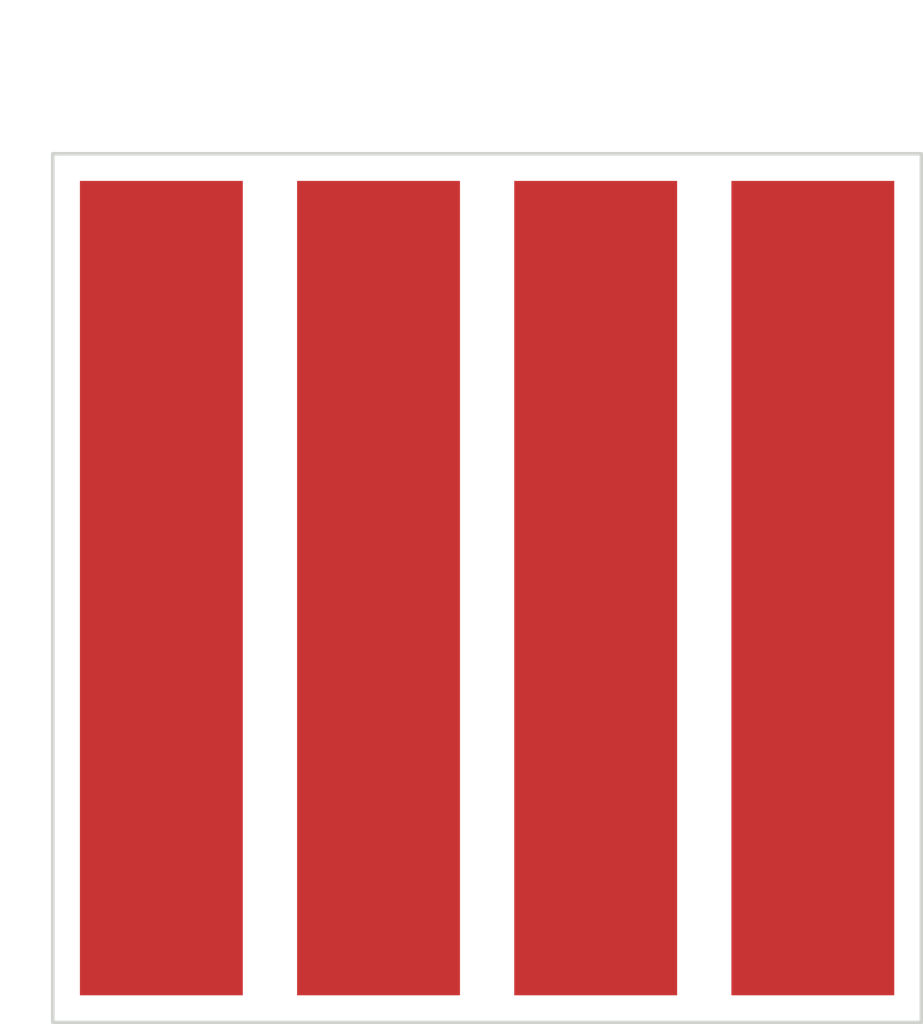
<source format=kicad_pcb>
(kicad_pcb (version 20221018) (generator pcbnew)

  (general
    (thickness 1.6)
  )

  (paper "A4")
  (layers
    (0 "F.Cu" signal)
    (31 "B.Cu" signal)
    (32 "B.Adhes" user "B.Adhesive")
    (33 "F.Adhes" user "F.Adhesive")
    (34 "B.Paste" user)
    (35 "F.Paste" user)
    (36 "B.SilkS" user "B.Silkscreen")
    (37 "F.SilkS" user "F.Silkscreen")
    (38 "B.Mask" user)
    (39 "F.Mask" user)
    (40 "Dwgs.User" user "User.Drawings")
    (41 "Cmts.User" user "User.Comments")
    (42 "Eco1.User" user "User.Eco1")
    (43 "Eco2.User" user "User.Eco2")
    (44 "Edge.Cuts" user)
    (45 "Margin" user)
    (46 "B.CrtYd" user "B.Courtyard")
    (47 "F.CrtYd" user "F.Courtyard")
    (48 "B.Fab" user)
    (49 "F.Fab" user)
    (50 "User.1" user)
    (51 "User.2" user)
    (52 "User.3" user)
    (53 "User.4" user)
    (54 "User.5" user)
    (55 "User.6" user)
    (56 "User.7" user)
    (57 "User.8" user)
    (58 "User.9" user)
  )

  (setup
    (pad_to_mask_clearance 0)
    (pcbplotparams
      (layerselection 0x00010fc_ffffffff)
      (plot_on_all_layers_selection 0x0000000_00000000)
      (disableapertmacros false)
      (usegerberextensions false)
      (usegerberattributes true)
      (usegerberadvancedattributes true)
      (creategerberjobfile true)
      (dashed_line_dash_ratio 12.000000)
      (dashed_line_gap_ratio 3.000000)
      (svgprecision 4)
      (plotframeref false)
      (viasonmask false)
      (mode 1)
      (useauxorigin false)
      (hpglpennumber 1)
      (hpglpenspeed 20)
      (hpglpendiameter 15.000000)
      (dxfpolygonmode true)
      (dxfimperialunits true)
      (dxfusepcbnewfont true)
      (psnegative false)
      (psa4output false)
      (plotreference true)
      (plotvalue true)
      (plotinvisibletext false)
      (sketchpadsonfab false)
      (subtractmaskfromsilk false)
      (outputformat 1)
      (mirror false)
      (drillshape 1)
      (scaleselection 1)
      (outputdirectory "")
    )
  )

  (net 0 "")

  (gr_rect (start 137 60) (end 141.5 82.5)
    (stroke (width 0) (type solid)) (fill solid) (layer "F.Cu") (tstamp 859a4f72-ea81-4ea4-9377-2aa1ae09797e))
  (gr_rect (start 131 60) (end 135.5 82.5)
    (stroke (width 0) (type solid)) (fill solid) (layer "F.Cu") (tstamp d0af29e6-9cb1-441c-ae81-2c4597ea81e0))
  (gr_rect (start 149 60) (end 153.5 82.5)
    (stroke (width 0) (type solid)) (fill solid) (layer "F.Cu") (tstamp ea1618c7-2229-4f9f-ac9a-d0f1460915f6))
  (gr_rect (start 143 60) (end 147.5 82.5)
    (stroke (width 0) (type solid)) (fill solid) (layer "F.Cu") (tstamp fe551556-d2a5-496d-822f-081bced9d0dd))
  (gr_circle (center 139.25 62.75) (end 141.5 62.75)
    (stroke (width 0) (type solid)) (fill solid) (layer "F.Mask") (tstamp 381a3e42-0609-4b1e-b461-81c83d510c7e))
  (gr_rect (start 143 78) (end 147.5 82.5)
    (stroke (width 0) (type solid)) (fill solid) (layer "F.Mask") (tstamp 60963ba2-29e1-4445-99b6-73c3cceb111b))
  (gr_circle (center 145.25 62.75) (end 147.5 62.75)
    (stroke (width 0) (type solid)) (fill solid) (layer "F.Mask") (tstamp 804c69c6-1f64-4220-8afa-e6ad49623ab6))
  (gr_circle (center 151.25 62.75) (end 153.5 62.75)
    (stroke (width 0) (type solid)) (fill solid) (layer "F.Mask") (tstamp b1454e76-ad4b-4fe4-897e-d73a75b05445))
  (gr_circle (center 133.25 62.75) (end 135.5 62.75)
    (stroke (width 0) (type solid)) (fill solid) (layer "F.Mask") (tstamp b2bbf033-0336-4a34-830c-a05b8cac06fd))
  (gr_rect (start 137 78) (end 141.5 82.5)
    (stroke (width 0) (type solid)) (fill solid) (layer "F.Mask") (tstamp d3bf10f5-b892-4b60-a5ec-d8b9c7f42164))
  (gr_rect (start 131 78) (end 135.5 82.5)
    (stroke (width 0) (type solid)) (fill solid) (layer "F.Mask") (tstamp d5a3ad35-dd7b-4dc7-897a-79649f3f2c75))
  (gr_rect (start 149 78) (end 153.5 82.5)
    (stroke (width 0) (type solid)) (fill solid) (layer "F.Mask") (tstamp d9c9a0e7-dcb0-4fda-8df8-28af2a0ad8cf))
  (gr_rect (start 130.25 59.25) (end 154.25 83.25)
    (stroke (width 0.1) (type default)) (fill none) (layer "Edge.Cuts") (tstamp 4db94d53-d259-4f31-bc59-e883fdc5eb83))
  (gr_circle (center 133.25 62.75) (end 136 62.75)
    (stroke (width 0.15) (type default)) (fill none) (layer "User.1") (tstamp 3ea173a8-eb8e-4365-9067-d595e86dcb0f))
  (gr_circle (center 145.25 62.75) (end 148 62.75)
    (stroke (width 0.15) (type default)) (fill none) (layer "User.1") (tstamp a7da3692-e65e-48b5-a00c-5f05b0d193e4))
  (gr_circle (center 139.25 62.75) (end 142 62.75)
    (stroke (width 0.15) (type default)) (fill none) (layer "User.1") (tstamp d14d3ecf-2f25-4f78-95e0-508b21f6419b))
  (gr_circle (center 151.25 62.75) (end 154 62.75)
    (stroke (width 0.15) (type default)) (fill none) (layer "User.1") (tstamp f68be659-4cf9-42f3-9e7e-b513883aa377))
  (dimension (type aligned) (layer "User.1") (tstamp 6e69221c-7e1f-474e-818a-7c9420d44bac)
    (pts (xy 135.5 60) (xy 137 60))
    (height -3)
    (gr_text "1.5000 mm" (at 136.25 55.85) (layer "User.1") (tstamp 6e69221c-7e1f-474e-818a-7c9420d44bac)
      (effects (font (size 1 1) (thickness 0.15)))
    )
    (format (prefix "") (suffix "") (units 3) (units_format 1) (precision 4))
    (style (thickness 0.15) (arrow_length 1.27) (text_position_mode 0) (extension_height 0.58642) (extension_offset 0.5) keep_text_aligned)
  )
  (dimension (type aligned) (layer "User.1") (tstamp a942c78a-3b73-4ace-9990-f2237501f8b5)
    (pts (xy 131 62.75) (xy 135.5 62.75))
    (height 4.25)
    (gr_text "4.5000 mm" (at 133.25 65.85) (layer "User.1") (tstamp a942c78a-3b73-4ace-9990-f2237501f8b5)
      (effects (font (size 1 1) (thickness 0.15)))
    )
    (format (prefix "") (suffix "") (units 3) (units_format 1) (precision 4))
    (style (thickness 0.15) (arrow_length 1.27) (text_position_mode 0) (extension_height 0.58642) (extension_offset 0.5) keep_text_aligned)
  )

)

</source>
